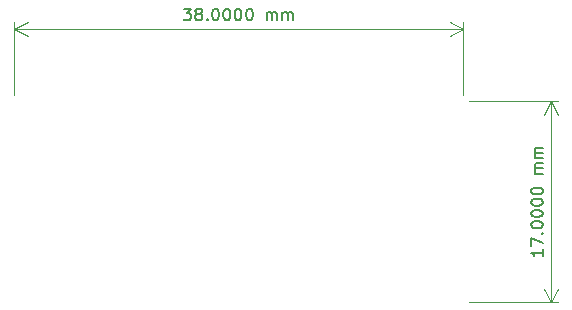
<source format=gbr>
%TF.GenerationSoftware,KiCad,Pcbnew,(6.0.6)*%
%TF.CreationDate,2023-07-05T13:12:53+02:00*%
%TF.ProjectId,LedDriver,4c656444-7269-4766-9572-2e6b69636164,rev?*%
%TF.SameCoordinates,Original*%
%TF.FileFunction,OtherDrawing,Comment*%
%FSLAX46Y46*%
G04 Gerber Fmt 4.6, Leading zero omitted, Abs format (unit mm)*
G04 Created by KiCad (PCBNEW (6.0.6)) date 2023-07-05 13:12:53*
%MOMM*%
%LPD*%
G01*
G04 APERTURE LIST*
%ADD10C,0.150000*%
%ADD11C,0.100000*%
G04 APERTURE END LIST*
D10*
X140333333Y-68152381D02*
X140952380Y-68152381D01*
X140619047Y-68533334D01*
X140761904Y-68533334D01*
X140857142Y-68580953D01*
X140904761Y-68628572D01*
X140952380Y-68723810D01*
X140952380Y-68961905D01*
X140904761Y-69057143D01*
X140857142Y-69104762D01*
X140761904Y-69152381D01*
X140476190Y-69152381D01*
X140380952Y-69104762D01*
X140333333Y-69057143D01*
X141523809Y-68580953D02*
X141428571Y-68533334D01*
X141380952Y-68485715D01*
X141333333Y-68390477D01*
X141333333Y-68342858D01*
X141380952Y-68247620D01*
X141428571Y-68200001D01*
X141523809Y-68152381D01*
X141714285Y-68152381D01*
X141809523Y-68200001D01*
X141857142Y-68247620D01*
X141904761Y-68342858D01*
X141904761Y-68390477D01*
X141857142Y-68485715D01*
X141809523Y-68533334D01*
X141714285Y-68580953D01*
X141523809Y-68580953D01*
X141428571Y-68628572D01*
X141380952Y-68676191D01*
X141333333Y-68771429D01*
X141333333Y-68961905D01*
X141380952Y-69057143D01*
X141428571Y-69104762D01*
X141523809Y-69152381D01*
X141714285Y-69152381D01*
X141809523Y-69104762D01*
X141857142Y-69057143D01*
X141904761Y-68961905D01*
X141904761Y-68771429D01*
X141857142Y-68676191D01*
X141809523Y-68628572D01*
X141714285Y-68580953D01*
X142333333Y-69057143D02*
X142380952Y-69104762D01*
X142333333Y-69152381D01*
X142285714Y-69104762D01*
X142333333Y-69057143D01*
X142333333Y-69152381D01*
X143000000Y-68152381D02*
X143095238Y-68152381D01*
X143190476Y-68200001D01*
X143238095Y-68247620D01*
X143285714Y-68342858D01*
X143333333Y-68533334D01*
X143333333Y-68771429D01*
X143285714Y-68961905D01*
X143238095Y-69057143D01*
X143190476Y-69104762D01*
X143095238Y-69152381D01*
X143000000Y-69152381D01*
X142904761Y-69104762D01*
X142857142Y-69057143D01*
X142809523Y-68961905D01*
X142761904Y-68771429D01*
X142761904Y-68533334D01*
X142809523Y-68342858D01*
X142857142Y-68247620D01*
X142904761Y-68200001D01*
X143000000Y-68152381D01*
X143952380Y-68152381D02*
X144047619Y-68152381D01*
X144142857Y-68200001D01*
X144190476Y-68247620D01*
X144238095Y-68342858D01*
X144285714Y-68533334D01*
X144285714Y-68771429D01*
X144238095Y-68961905D01*
X144190476Y-69057143D01*
X144142857Y-69104762D01*
X144047619Y-69152381D01*
X143952380Y-69152381D01*
X143857142Y-69104762D01*
X143809523Y-69057143D01*
X143761904Y-68961905D01*
X143714285Y-68771429D01*
X143714285Y-68533334D01*
X143761904Y-68342858D01*
X143809523Y-68247620D01*
X143857142Y-68200001D01*
X143952380Y-68152381D01*
X144904761Y-68152381D02*
X145000000Y-68152381D01*
X145095238Y-68200001D01*
X145142857Y-68247620D01*
X145190476Y-68342858D01*
X145238095Y-68533334D01*
X145238095Y-68771429D01*
X145190476Y-68961905D01*
X145142857Y-69057143D01*
X145095238Y-69104762D01*
X145000000Y-69152381D01*
X144904761Y-69152381D01*
X144809523Y-69104762D01*
X144761904Y-69057143D01*
X144714285Y-68961905D01*
X144666666Y-68771429D01*
X144666666Y-68533334D01*
X144714285Y-68342858D01*
X144761904Y-68247620D01*
X144809523Y-68200001D01*
X144904761Y-68152381D01*
X145857142Y-68152381D02*
X145952380Y-68152381D01*
X146047619Y-68200001D01*
X146095238Y-68247620D01*
X146142857Y-68342858D01*
X146190476Y-68533334D01*
X146190476Y-68771429D01*
X146142857Y-68961905D01*
X146095238Y-69057143D01*
X146047619Y-69104762D01*
X145952380Y-69152381D01*
X145857142Y-69152381D01*
X145761904Y-69104762D01*
X145714285Y-69057143D01*
X145666666Y-68961905D01*
X145619047Y-68771429D01*
X145619047Y-68533334D01*
X145666666Y-68342858D01*
X145714285Y-68247620D01*
X145761904Y-68200001D01*
X145857142Y-68152381D01*
X147380952Y-69152381D02*
X147380952Y-68485715D01*
X147380952Y-68580953D02*
X147428571Y-68533334D01*
X147523809Y-68485715D01*
X147666666Y-68485715D01*
X147761904Y-68533334D01*
X147809523Y-68628572D01*
X147809523Y-69152381D01*
X147809523Y-68628572D02*
X147857142Y-68533334D01*
X147952380Y-68485715D01*
X148095238Y-68485715D01*
X148190476Y-68533334D01*
X148238095Y-68628572D01*
X148238095Y-69152381D01*
X148714285Y-69152381D02*
X148714285Y-68485715D01*
X148714285Y-68580953D02*
X148761904Y-68533334D01*
X148857142Y-68485715D01*
X149000000Y-68485715D01*
X149095238Y-68533334D01*
X149142857Y-68628572D01*
X149142857Y-69152381D01*
X149142857Y-68628572D02*
X149190476Y-68533334D01*
X149285714Y-68485715D01*
X149428571Y-68485715D01*
X149523809Y-68533334D01*
X149571428Y-68628572D01*
X149571428Y-69152381D01*
D11*
X164000000Y-75500000D02*
X164000000Y-69263581D01*
X126000000Y-75500000D02*
X126000000Y-69263581D01*
X164000000Y-69850001D02*
X126000000Y-69850001D01*
X164000000Y-69850001D02*
X126000000Y-69850001D01*
X164000000Y-69850001D02*
X162873496Y-69263580D01*
X164000000Y-69850001D02*
X162873496Y-70436422D01*
X126000000Y-69850001D02*
X127126504Y-70436422D01*
X126000000Y-69850001D02*
X127126504Y-69263580D01*
D10*
X170752380Y-88547619D02*
X170752380Y-89119047D01*
X170752380Y-88833333D02*
X169752380Y-88833333D01*
X169895238Y-88928571D01*
X169990476Y-89023809D01*
X170038095Y-89119047D01*
X169752380Y-88214285D02*
X169752380Y-87547619D01*
X170752380Y-87976190D01*
X170657142Y-87166666D02*
X170704761Y-87119047D01*
X170752380Y-87166666D01*
X170704761Y-87214285D01*
X170657142Y-87166666D01*
X170752380Y-87166666D01*
X169752380Y-86500000D02*
X169752380Y-86404761D01*
X169800000Y-86309523D01*
X169847619Y-86261904D01*
X169942857Y-86214285D01*
X170133333Y-86166666D01*
X170371428Y-86166666D01*
X170561904Y-86214285D01*
X170657142Y-86261904D01*
X170704761Y-86309523D01*
X170752380Y-86404761D01*
X170752380Y-86500000D01*
X170704761Y-86595238D01*
X170657142Y-86642857D01*
X170561904Y-86690476D01*
X170371428Y-86738095D01*
X170133333Y-86738095D01*
X169942857Y-86690476D01*
X169847619Y-86642857D01*
X169800000Y-86595238D01*
X169752380Y-86500000D01*
X169752380Y-85547619D02*
X169752380Y-85452380D01*
X169800000Y-85357142D01*
X169847619Y-85309523D01*
X169942857Y-85261904D01*
X170133333Y-85214285D01*
X170371428Y-85214285D01*
X170561904Y-85261904D01*
X170657142Y-85309523D01*
X170704761Y-85357142D01*
X170752380Y-85452380D01*
X170752380Y-85547619D01*
X170704761Y-85642857D01*
X170657142Y-85690476D01*
X170561904Y-85738095D01*
X170371428Y-85785714D01*
X170133333Y-85785714D01*
X169942857Y-85738095D01*
X169847619Y-85690476D01*
X169800000Y-85642857D01*
X169752380Y-85547619D01*
X169752380Y-84595238D02*
X169752380Y-84500000D01*
X169800000Y-84404761D01*
X169847619Y-84357142D01*
X169942857Y-84309523D01*
X170133333Y-84261904D01*
X170371428Y-84261904D01*
X170561904Y-84309523D01*
X170657142Y-84357142D01*
X170704761Y-84404761D01*
X170752380Y-84500000D01*
X170752380Y-84595238D01*
X170704761Y-84690476D01*
X170657142Y-84738095D01*
X170561904Y-84785714D01*
X170371428Y-84833333D01*
X170133333Y-84833333D01*
X169942857Y-84785714D01*
X169847619Y-84738095D01*
X169800000Y-84690476D01*
X169752380Y-84595238D01*
X169752380Y-83642857D02*
X169752380Y-83547619D01*
X169800000Y-83452380D01*
X169847619Y-83404761D01*
X169942857Y-83357142D01*
X170133333Y-83309523D01*
X170371428Y-83309523D01*
X170561904Y-83357142D01*
X170657142Y-83404761D01*
X170704761Y-83452380D01*
X170752380Y-83547619D01*
X170752380Y-83642857D01*
X170704761Y-83738095D01*
X170657142Y-83785714D01*
X170561904Y-83833333D01*
X170371428Y-83880952D01*
X170133333Y-83880952D01*
X169942857Y-83833333D01*
X169847619Y-83785714D01*
X169800000Y-83738095D01*
X169752380Y-83642857D01*
X170752380Y-82119047D02*
X170085714Y-82119047D01*
X170180952Y-82119047D02*
X170133333Y-82071428D01*
X170085714Y-81976190D01*
X170085714Y-81833333D01*
X170133333Y-81738095D01*
X170228571Y-81690476D01*
X170752380Y-81690476D01*
X170228571Y-81690476D02*
X170133333Y-81642857D01*
X170085714Y-81547619D01*
X170085714Y-81404761D01*
X170133333Y-81309523D01*
X170228571Y-81261904D01*
X170752380Y-81261904D01*
X170752380Y-80785714D02*
X170085714Y-80785714D01*
X170180952Y-80785714D02*
X170133333Y-80738095D01*
X170085714Y-80642857D01*
X170085714Y-80500000D01*
X170133333Y-80404761D01*
X170228571Y-80357142D01*
X170752380Y-80357142D01*
X170228571Y-80357142D02*
X170133333Y-80309523D01*
X170085714Y-80214285D01*
X170085714Y-80071428D01*
X170133333Y-79976190D01*
X170228571Y-79928571D01*
X170752380Y-79928571D01*
D11*
X164500000Y-93000000D02*
X172036420Y-93000000D01*
X164500000Y-76000000D02*
X172036420Y-76000000D01*
X171450000Y-93000000D02*
X171450000Y-76000000D01*
X171450000Y-93000000D02*
X171450000Y-76000000D01*
X171450000Y-93000000D02*
X172036421Y-91873496D01*
X171450000Y-93000000D02*
X170863579Y-91873496D01*
X171450000Y-76000000D02*
X170863579Y-77126504D01*
X171450000Y-76000000D02*
X172036421Y-77126504D01*
M02*

</source>
